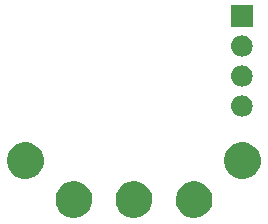
<source format=gbs>
G04 #@! TF.FileFunction,Soldermask,Bot*
%FSLAX46Y46*%
G04 Gerber Fmt 4.6, Leading zero omitted, Abs format (unit mm)*
G04 Created by KiCad (PCBNEW 4.0.6) date Wed Apr  3 14:00:51 2019*
%MOMM*%
%LPD*%
G01*
G04 APERTURE LIST*
%ADD10C,0.100000*%
G04 APERTURE END LIST*
D10*
G36*
X12100804Y4787470D02*
X12398566Y4726348D01*
X12678783Y4608556D01*
X12930789Y4438576D01*
X13144979Y4222884D01*
X13313192Y3969706D01*
X13429027Y3688666D01*
X13488007Y3390798D01*
X13488007Y3390789D01*
X13488067Y3390485D01*
X13483219Y3043293D01*
X13483150Y3042990D01*
X13483150Y3042983D01*
X13415876Y2746876D01*
X13292239Y2469183D01*
X13117022Y2220797D01*
X12896894Y2011171D01*
X12640244Y1848297D01*
X12356840Y1738371D01*
X12057491Y1685588D01*
X11753585Y1691954D01*
X11456706Y1757227D01*
X11178160Y1878921D01*
X10928552Y2052403D01*
X10717397Y2271059D01*
X10552731Y2526570D01*
X10440833Y2809194D01*
X10385961Y3108171D01*
X10390204Y3412113D01*
X10453404Y3709445D01*
X10573151Y3988833D01*
X10744883Y4239642D01*
X10962065Y4452322D01*
X11216414Y4618764D01*
X11498250Y4732633D01*
X11796840Y4789592D01*
X12100804Y4787470D01*
X12100804Y4787470D01*
G37*
G36*
X17193504Y4787470D02*
X17491266Y4726348D01*
X17771483Y4608556D01*
X18023489Y4438576D01*
X18237679Y4222884D01*
X18405892Y3969706D01*
X18521727Y3688666D01*
X18580707Y3390798D01*
X18580707Y3390789D01*
X18580767Y3390485D01*
X18575919Y3043293D01*
X18575850Y3042990D01*
X18575850Y3042983D01*
X18508576Y2746876D01*
X18384939Y2469183D01*
X18209722Y2220797D01*
X17989594Y2011171D01*
X17732944Y1848297D01*
X17449540Y1738371D01*
X17150191Y1685588D01*
X16846285Y1691954D01*
X16549406Y1757227D01*
X16270860Y1878921D01*
X16021252Y2052403D01*
X15810097Y2271059D01*
X15645431Y2526570D01*
X15533533Y2809194D01*
X15478661Y3108171D01*
X15482904Y3412113D01*
X15546104Y3709445D01*
X15665851Y3988833D01*
X15837583Y4239642D01*
X16054765Y4452322D01*
X16309114Y4618764D01*
X16590950Y4732633D01*
X16889540Y4789592D01*
X17193504Y4787470D01*
X17193504Y4787470D01*
G37*
G36*
X7020804Y4787470D02*
X7318566Y4726348D01*
X7598783Y4608556D01*
X7850789Y4438576D01*
X8064979Y4222884D01*
X8233192Y3969706D01*
X8349027Y3688666D01*
X8408007Y3390798D01*
X8408007Y3390789D01*
X8408067Y3390485D01*
X8403219Y3043293D01*
X8403150Y3042990D01*
X8403150Y3042983D01*
X8335876Y2746876D01*
X8212239Y2469183D01*
X8037022Y2220797D01*
X7816894Y2011171D01*
X7560244Y1848297D01*
X7276840Y1738371D01*
X6977491Y1685588D01*
X6673585Y1691954D01*
X6376706Y1757227D01*
X6098160Y1878921D01*
X5848552Y2052403D01*
X5637397Y2271059D01*
X5472731Y2526570D01*
X5360833Y2809194D01*
X5305961Y3108171D01*
X5310204Y3412113D01*
X5373404Y3709445D01*
X5493151Y3988833D01*
X5664883Y4239642D01*
X5882065Y4452322D01*
X6136414Y4618764D01*
X6418250Y4732633D01*
X6716840Y4789592D01*
X7020804Y4787470D01*
X7020804Y4787470D01*
G37*
G36*
X21295604Y8089470D02*
X21593366Y8028348D01*
X21873583Y7910556D01*
X22125589Y7740576D01*
X22339779Y7524884D01*
X22507992Y7271706D01*
X22623827Y6990666D01*
X22682807Y6692798D01*
X22682807Y6692789D01*
X22682867Y6692485D01*
X22678019Y6345293D01*
X22677950Y6344990D01*
X22677950Y6344983D01*
X22610676Y6048876D01*
X22487039Y5771183D01*
X22311822Y5522797D01*
X22091694Y5313171D01*
X21835044Y5150297D01*
X21551640Y5040371D01*
X21252291Y4987588D01*
X20948385Y4993954D01*
X20651506Y5059227D01*
X20372960Y5180921D01*
X20123352Y5354403D01*
X19912197Y5573059D01*
X19747531Y5828570D01*
X19635633Y6111194D01*
X19580761Y6410171D01*
X19585004Y6714113D01*
X19648204Y7011445D01*
X19767951Y7290833D01*
X19939683Y7541642D01*
X20156865Y7754322D01*
X20411214Y7920764D01*
X20693050Y8034633D01*
X20991640Y8091592D01*
X21295604Y8089470D01*
X21295604Y8089470D01*
G37*
G36*
X2906004Y8089470D02*
X3203766Y8028348D01*
X3483983Y7910556D01*
X3735989Y7740576D01*
X3950179Y7524884D01*
X4118392Y7271706D01*
X4234227Y6990666D01*
X4293207Y6692798D01*
X4293207Y6692789D01*
X4293267Y6692485D01*
X4288419Y6345293D01*
X4288350Y6344990D01*
X4288350Y6344983D01*
X4221076Y6048876D01*
X4097439Y5771183D01*
X3922222Y5522797D01*
X3702094Y5313171D01*
X3445444Y5150297D01*
X3162040Y5040371D01*
X2862691Y4987588D01*
X2558785Y4993954D01*
X2261906Y5059227D01*
X1983360Y5180921D01*
X1733752Y5354403D01*
X1522597Y5573059D01*
X1357931Y5828570D01*
X1246033Y6111194D01*
X1191161Y6410171D01*
X1195404Y6714113D01*
X1258604Y7011445D01*
X1378351Y7290833D01*
X1550083Y7541642D01*
X1767265Y7754322D01*
X2021614Y7920764D01*
X2303450Y8034633D01*
X2602040Y8091592D01*
X2906004Y8089470D01*
X2906004Y8089470D01*
G37*
G36*
X21097090Y12075925D02*
X21097092Y12075925D01*
X21098921Y12075912D01*
X21273476Y12056333D01*
X21440903Y12003222D01*
X21594825Y11918602D01*
X21729380Y11805697D01*
X21839443Y11668807D01*
X21920820Y11513146D01*
X21970414Y11344643D01*
X21970417Y11344608D01*
X21970418Y11344605D01*
X21986334Y11169715D01*
X21967980Y10995078D01*
X21967977Y10995068D01*
X21967973Y10995030D01*
X21916032Y10827236D01*
X21832489Y10672726D01*
X21720526Y10537386D01*
X21584407Y10426371D01*
X21429318Y10343909D01*
X21261166Y10293140D01*
X21086355Y10276000D01*
X21077599Y10276000D01*
X21066910Y10276075D01*
X21066908Y10276075D01*
X21065079Y10276088D01*
X20890524Y10295667D01*
X20723097Y10348778D01*
X20569175Y10433398D01*
X20434620Y10546303D01*
X20324557Y10683193D01*
X20243180Y10838854D01*
X20193586Y11007357D01*
X20193583Y11007392D01*
X20193582Y11007395D01*
X20177666Y11182285D01*
X20196020Y11356922D01*
X20196023Y11356932D01*
X20196027Y11356970D01*
X20247968Y11524764D01*
X20331511Y11679274D01*
X20443474Y11814614D01*
X20579593Y11925629D01*
X20734682Y12008091D01*
X20902834Y12058860D01*
X21077645Y12076000D01*
X21086401Y12076000D01*
X21097090Y12075925D01*
X21097090Y12075925D01*
G37*
G36*
X21097090Y14615925D02*
X21097092Y14615925D01*
X21098921Y14615912D01*
X21273476Y14596333D01*
X21440903Y14543222D01*
X21594825Y14458602D01*
X21729380Y14345697D01*
X21839443Y14208807D01*
X21920820Y14053146D01*
X21970414Y13884643D01*
X21970417Y13884608D01*
X21970418Y13884605D01*
X21986334Y13709715D01*
X21967980Y13535078D01*
X21967977Y13535068D01*
X21967973Y13535030D01*
X21916032Y13367236D01*
X21832489Y13212726D01*
X21720526Y13077386D01*
X21584407Y12966371D01*
X21429318Y12883909D01*
X21261166Y12833140D01*
X21086355Y12816000D01*
X21077599Y12816000D01*
X21066910Y12816075D01*
X21066908Y12816075D01*
X21065079Y12816088D01*
X20890524Y12835667D01*
X20723097Y12888778D01*
X20569175Y12973398D01*
X20434620Y13086303D01*
X20324557Y13223193D01*
X20243180Y13378854D01*
X20193586Y13547357D01*
X20193583Y13547392D01*
X20193582Y13547395D01*
X20177666Y13722285D01*
X20196020Y13896922D01*
X20196023Y13896932D01*
X20196027Y13896970D01*
X20247968Y14064764D01*
X20331511Y14219274D01*
X20443474Y14354614D01*
X20579593Y14465629D01*
X20734682Y14548091D01*
X20902834Y14598860D01*
X21077645Y14616000D01*
X21086401Y14616000D01*
X21097090Y14615925D01*
X21097090Y14615925D01*
G37*
G36*
X21097090Y17155925D02*
X21097092Y17155925D01*
X21098921Y17155912D01*
X21273476Y17136333D01*
X21440903Y17083222D01*
X21594825Y16998602D01*
X21729380Y16885697D01*
X21839443Y16748807D01*
X21920820Y16593146D01*
X21970414Y16424643D01*
X21970417Y16424608D01*
X21970418Y16424605D01*
X21986334Y16249715D01*
X21967980Y16075078D01*
X21967977Y16075068D01*
X21967973Y16075030D01*
X21916032Y15907236D01*
X21832489Y15752726D01*
X21720526Y15617386D01*
X21584407Y15506371D01*
X21429318Y15423909D01*
X21261166Y15373140D01*
X21086355Y15356000D01*
X21077599Y15356000D01*
X21066910Y15356075D01*
X21066908Y15356075D01*
X21065079Y15356088D01*
X20890524Y15375667D01*
X20723097Y15428778D01*
X20569175Y15513398D01*
X20434620Y15626303D01*
X20324557Y15763193D01*
X20243180Y15918854D01*
X20193586Y16087357D01*
X20193583Y16087392D01*
X20193582Y16087395D01*
X20177666Y16262285D01*
X20196020Y16436922D01*
X20196023Y16436932D01*
X20196027Y16436970D01*
X20247968Y16604764D01*
X20331511Y16759274D01*
X20443474Y16894614D01*
X20579593Y17005629D01*
X20734682Y17088091D01*
X20902834Y17138860D01*
X21077645Y17156000D01*
X21086401Y17156000D01*
X21097090Y17155925D01*
X21097090Y17155925D01*
G37*
G36*
X21982000Y17896000D02*
X20182000Y17896000D01*
X20182000Y19696000D01*
X21982000Y19696000D01*
X21982000Y17896000D01*
X21982000Y17896000D01*
G37*
M02*

</source>
